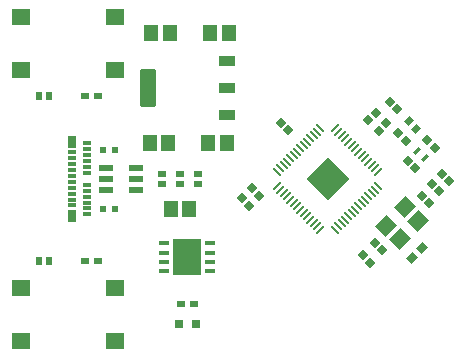
<source format=gtp>
G04*
G04 #@! TF.GenerationSoftware,Altium Limited,Altium Designer,24.9.1 (31)*
G04*
G04 Layer_Color=8421504*
%FSLAX44Y44*%
%MOMM*%
G71*
G04*
G04 #@! TF.SameCoordinates,B1ED59CC-DCBE-467E-9C95-538D5020BE91*
G04*
G04*
G04 #@! TF.FilePolarity,Positive*
G04*
G01*
G75*
%ADD16P,3.6224X4X270.0*%
G04:AMPARAMS|DCode=17|XSize=0.64mm|YSize=0.6mm|CornerRadius=0mm|HoleSize=0mm|Usage=FLASHONLY|Rotation=225.000|XOffset=0mm|YOffset=0mm|HoleType=Round|Shape=Rectangle|*
%AMROTATEDRECTD17*
4,1,4,0.0141,0.4384,0.4384,0.0141,-0.0141,-0.4384,-0.4384,-0.0141,0.0141,0.4384,0.0*
%
%ADD17ROTATEDRECTD17*%

G04:AMPARAMS|DCode=18|XSize=0.6mm|YSize=0.75mm|CornerRadius=0mm|HoleSize=0mm|Usage=FLASHONLY|Rotation=315.000|XOffset=0mm|YOffset=0mm|HoleType=Round|Shape=Rectangle|*
%AMROTATEDRECTD18*
4,1,4,-0.4773,-0.0530,0.0530,0.4773,0.4773,0.0530,-0.0530,-0.4773,-0.4773,-0.0530,0.0*
%
%ADD18ROTATEDRECTD18*%

%ADD19R,0.7000X0.3000*%
%ADD20R,0.7000X1.0000*%
%ADD21R,0.6000X0.6400*%
%ADD22R,0.7500X0.6000*%
%ADD23R,0.8000X0.8000*%
G04:AMPARAMS|DCode=24|XSize=0.64mm|YSize=0.6mm|CornerRadius=0mm|HoleSize=0mm|Usage=FLASHONLY|Rotation=135.000|XOffset=0mm|YOffset=0mm|HoleType=Round|Shape=Rectangle|*
%AMROTATEDRECTD24*
4,1,4,0.4384,-0.0141,0.0141,-0.4384,-0.4384,0.0141,-0.0141,0.4384,0.4384,-0.0141,0.0*
%
%ADD24ROTATEDRECTD24*%

G04:AMPARAMS|DCode=25|XSize=0.6mm|YSize=0.5mm|CornerRadius=0mm|HoleSize=0mm|Usage=FLASHONLY|Rotation=45.000|XOffset=0mm|YOffset=0mm|HoleType=Round|Shape=Rectangle|*
%AMROTATEDRECTD25*
4,1,4,-0.0354,-0.3889,-0.3889,-0.0354,0.0354,0.3889,0.3889,0.0354,-0.0354,-0.3889,0.0*
%
%ADD25ROTATEDRECTD25*%

%ADD26R,1.3000X1.4000*%
G04:AMPARAMS|DCode=27|XSize=1.2mm|YSize=1.4mm|CornerRadius=0mm|HoleSize=0mm|Usage=FLASHONLY|Rotation=135.000|XOffset=0mm|YOffset=0mm|HoleType=Round|Shape=Rectangle|*
%AMROTATEDRECTD27*
4,1,4,0.9192,0.0707,-0.0707,-0.9192,-0.9192,-0.0707,0.0707,0.9192,0.9192,0.0707,0.0*
%
%ADD27ROTATEDRECTD27*%

G04:AMPARAMS|DCode=28|XSize=0.1925mm|YSize=0.9182mm|CornerRadius=0.0962mm|HoleSize=0mm|Usage=FLASHONLY|Rotation=225.000|XOffset=0mm|YOffset=0mm|HoleType=Round|Shape=RoundedRectangle|*
%AMROUNDEDRECTD28*
21,1,0.1925,0.7257,0,0,225.0*
21,1,0.0000,0.9182,0,0,225.0*
1,1,0.1925,-0.2566,0.2566*
1,1,0.1925,-0.2566,0.2566*
1,1,0.1925,0.2566,-0.2566*
1,1,0.1925,0.2566,-0.2566*
%
%ADD28ROUNDEDRECTD28*%
G04:AMPARAMS|DCode=29|XSize=0.9182mm|YSize=0.1925mm|CornerRadius=0.0962mm|HoleSize=0mm|Usage=FLASHONLY|Rotation=225.000|XOffset=0mm|YOffset=0mm|HoleType=Round|Shape=RoundedRectangle|*
%AMROUNDEDRECTD29*
21,1,0.9182,0.0000,0,0,225.0*
21,1,0.7257,0.1925,0,0,225.0*
1,1,0.1925,-0.2566,-0.2566*
1,1,0.1925,0.2566,0.2566*
1,1,0.1925,0.2566,0.2566*
1,1,0.1925,-0.2566,-0.2566*
%
%ADD29ROUNDEDRECTD29*%
G04:AMPARAMS|DCode=30|XSize=0.9182mm|YSize=0.1925mm|CornerRadius=0mm|HoleSize=0mm|Usage=FLASHONLY|Rotation=225.000|XOffset=0mm|YOffset=0mm|HoleType=Round|Shape=Rectangle|*
%AMROTATEDRECTD30*
4,1,4,0.2566,0.3927,0.3927,0.2566,-0.2566,-0.3927,-0.3927,-0.2566,0.2566,0.3927,0.0*
%
%ADD30ROTATEDRECTD30*%

%ADD31R,0.8500X0.3500*%
%ADD32R,2.4000X3.1000*%
%ADD33R,1.6000X1.4000*%
G04:AMPARAMS|DCode=34|XSize=1.31mm|YSize=3.24mm|CornerRadius=0.0983mm|HoleSize=0mm|Usage=FLASHONLY|Rotation=180.000|XOffset=0mm|YOffset=0mm|HoleType=Round|Shape=RoundedRectangle|*
%AMROUNDEDRECTD34*
21,1,1.3100,3.0435,0,0,180.0*
21,1,1.1135,3.2400,0,0,180.0*
1,1,0.1965,-0.5568,1.5218*
1,1,0.1965,0.5568,1.5218*
1,1,0.1965,0.5568,-1.5218*
1,1,0.1965,-0.5568,-1.5218*
%
%ADD34ROUNDEDRECTD34*%
G04:AMPARAMS|DCode=35|XSize=1.31mm|YSize=0.93mm|CornerRadius=0.0698mm|HoleSize=0mm|Usage=FLASHONLY|Rotation=180.000|XOffset=0mm|YOffset=0mm|HoleType=Round|Shape=RoundedRectangle|*
%AMROUNDEDRECTD35*
21,1,1.3100,0.7905,0,0,180.0*
21,1,1.1705,0.9300,0,0,180.0*
1,1,0.1395,-0.5853,0.3953*
1,1,0.1395,0.5853,0.3953*
1,1,0.1395,0.5853,-0.3953*
1,1,0.1395,-0.5853,-0.3953*
%
%ADD35ROUNDEDRECTD35*%
%ADD36R,0.6400X0.6000*%
G04:AMPARAMS|DCode=37|XSize=1.21mm|YSize=0.59mm|CornerRadius=0.0738mm|HoleSize=0mm|Usage=FLASHONLY|Rotation=0.000|XOffset=0mm|YOffset=0mm|HoleType=Round|Shape=RoundedRectangle|*
%AMROUNDEDRECTD37*
21,1,1.2100,0.4425,0,0,0.0*
21,1,1.0625,0.5900,0,0,0.0*
1,1,0.1475,0.5313,-0.2213*
1,1,0.1475,-0.5313,-0.2213*
1,1,0.1475,-0.5313,0.2213*
1,1,0.1475,0.5313,0.2213*
%
%ADD37ROUNDEDRECTD37*%
%ADD38R,0.5000X0.6000*%
G04:AMPARAMS|DCode=39|XSize=0.35mm|YSize=0.65mm|CornerRadius=0mm|HoleSize=0mm|Usage=FLASHONLY|Rotation=135.000|XOffset=0mm|YOffset=0mm|HoleType=Round|Shape=Rectangle|*
%AMROTATEDRECTD39*
4,1,4,0.3536,0.1061,-0.1061,-0.3536,-0.3536,-0.1061,0.1061,0.3536,0.3536,0.1061,0.0*
%
%ADD39ROTATEDRECTD39*%

D16*
X285000Y165100D02*
D03*
D17*
X321111Y94139D02*
D03*
X314889Y100361D02*
D03*
X375500Y191500D02*
D03*
X369277Y197723D02*
D03*
X352677Y180223D02*
D03*
X358900Y174000D02*
D03*
X373139Y160861D02*
D03*
X379361Y154639D02*
D03*
X381489Y169611D02*
D03*
X387711Y163389D02*
D03*
X344777Y203723D02*
D03*
X351000Y197500D02*
D03*
X337528Y230223D02*
D03*
X343750Y224000D02*
D03*
X371111Y144639D02*
D03*
X364889Y150861D02*
D03*
X325139Y110861D02*
D03*
X331361Y104639D02*
D03*
X227111Y150889D02*
D03*
X220889Y157111D02*
D03*
X218361Y142389D02*
D03*
X212139Y148611D02*
D03*
X251861Y206639D02*
D03*
X245639Y212861D02*
D03*
D18*
X364566Y106566D02*
D03*
X356434Y98434D02*
D03*
D19*
X68550Y167600D02*
D03*
Y187600D02*
D03*
Y182600D02*
D03*
Y177600D02*
D03*
Y172600D02*
D03*
Y162600D02*
D03*
Y157600D02*
D03*
Y152600D02*
D03*
Y147600D02*
D03*
Y142600D02*
D03*
X81550Y160100D02*
D03*
Y135100D02*
D03*
Y140100D02*
D03*
Y145100D02*
D03*
Y150100D02*
D03*
Y155100D02*
D03*
Y195100D02*
D03*
Y170100D02*
D03*
Y175100D02*
D03*
Y180100D02*
D03*
Y185100D02*
D03*
Y190100D02*
D03*
D20*
X68550Y196100D02*
D03*
X68450Y134100D02*
D03*
D21*
X49400Y95200D02*
D03*
X40600D02*
D03*
Y235000D02*
D03*
X49400D02*
D03*
D22*
X172000Y59500D02*
D03*
X160500D02*
D03*
X90750Y95200D02*
D03*
X79250D02*
D03*
X90750Y235000D02*
D03*
X79250D02*
D03*
D23*
X158750Y42000D02*
D03*
X173750D02*
D03*
D24*
X334750Y212222D02*
D03*
X328527Y206000D02*
D03*
X325750Y220972D02*
D03*
X319527Y214750D02*
D03*
D25*
X353777Y213972D02*
D03*
X360000Y207750D02*
D03*
D26*
X134250Y195500D02*
D03*
X150250D02*
D03*
X199750D02*
D03*
X183750D02*
D03*
X151250Y288500D02*
D03*
X135250D02*
D03*
X185750D02*
D03*
X201750D02*
D03*
X152000Y140000D02*
D03*
X168000D02*
D03*
D27*
X346129Y114065D02*
D03*
X334815Y125379D02*
D03*
X361685Y129621D02*
D03*
X350371Y140935D02*
D03*
D28*
X327972Y158898D02*
D03*
X325144Y156069D02*
D03*
X322315Y153241D02*
D03*
X319487Y150412D02*
D03*
X316658Y147584D02*
D03*
X313830Y144755D02*
D03*
X311001Y141927D02*
D03*
X308173Y139099D02*
D03*
X305345Y136270D02*
D03*
X302516Y133442D02*
D03*
X299688Y130613D02*
D03*
X296859Y127785D02*
D03*
X294031Y124957D02*
D03*
X291202Y122128D02*
D03*
X242028Y171302D02*
D03*
X244856Y174131D02*
D03*
X247685Y176959D02*
D03*
X250513Y179788D02*
D03*
X253342Y182616D02*
D03*
X256170Y185445D02*
D03*
X258999Y188273D02*
D03*
X261827Y191101D02*
D03*
X264655Y193930D02*
D03*
X267484Y196758D02*
D03*
X270312Y199587D02*
D03*
X273141Y202415D02*
D03*
X275969Y205243D02*
D03*
X278798Y208072D02*
D03*
D29*
Y122128D02*
D03*
X275969Y124957D02*
D03*
X273141Y127785D02*
D03*
X270312Y130613D02*
D03*
X267484Y133442D02*
D03*
X264655Y136270D02*
D03*
X261827Y139099D02*
D03*
X258999Y141927D02*
D03*
X256170Y144755D02*
D03*
X253342Y147584D02*
D03*
X250513Y150412D02*
D03*
X247685Y153241D02*
D03*
X244856Y156069D02*
D03*
X242028Y158898D02*
D03*
X291202Y208072D02*
D03*
X294031Y205243D02*
D03*
X296859Y202415D02*
D03*
X299688Y199587D02*
D03*
X302516Y196758D02*
D03*
X305345Y193930D02*
D03*
X308173Y191101D02*
D03*
X311001Y188273D02*
D03*
X313830Y185445D02*
D03*
X316658Y182616D02*
D03*
X319487Y179788D02*
D03*
X322315Y176959D02*
D03*
X325144Y174131D02*
D03*
D30*
X327972Y171302D02*
D03*
D31*
X146750Y110750D02*
D03*
Y102750D02*
D03*
Y94750D02*
D03*
Y86750D02*
D03*
X185750D02*
D03*
Y94750D02*
D03*
Y102750D02*
D03*
Y110750D02*
D03*
D32*
X166250Y98750D02*
D03*
D33*
X25000Y302500D02*
D03*
X104999Y257500D02*
D03*
X25000D02*
D03*
X105000Y302500D02*
D03*
Y27700D02*
D03*
X25001Y72700D02*
D03*
X105000D02*
D03*
X25000Y27700D02*
D03*
D34*
X132800Y242000D02*
D03*
D35*
X199700Y264900D02*
D03*
Y242000D02*
D03*
Y219100D02*
D03*
D36*
X160000Y169500D02*
D03*
Y160700D02*
D03*
X175000Y169500D02*
D03*
Y160700D02*
D03*
X145000Y160700D02*
D03*
Y169500D02*
D03*
D37*
X122550Y174600D02*
D03*
Y165100D02*
D03*
Y155600D02*
D03*
X97450D02*
D03*
Y165100D02*
D03*
Y174600D02*
D03*
D38*
X95000Y190000D02*
D03*
X105000D02*
D03*
X95000Y140000D02*
D03*
X105000D02*
D03*
D39*
X361034Y188867D02*
D03*
X367044Y182856D02*
D03*
M02*

</source>
